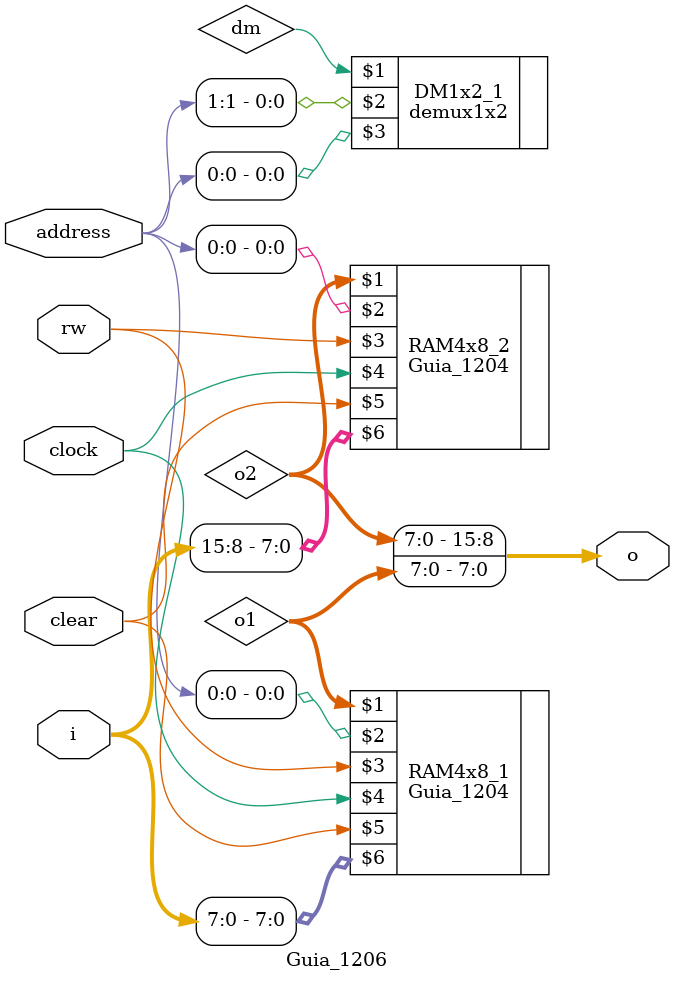
<source format=v>

`include "Guia_1204.v"  
`include "mux2x1.v"  
`include "demux1x2.v" 

module Guia_1206 (
    output [15:0] o,     
    input [1:0] address, 
    input rw,           
    input clock,         
    input clear,         
    input [15:0] i       
);

    wire [7:0] o1, o2; 
    wire dm;          

    demux1x2 DM1x2_1 (dm, address[1], address[0]);

    Guia_1204 RAM4x8_1 (
        o1, 
        address[0],    
        rw, 
        clock, 
        clear, 
        i[7:0]        
    );

    Guia_1204 RAM4x8_2 (
        o2, 
        address[0],   
        rw, 
        clock, 
        clear, 
        i[15:8]      
    );

    assign o = {o2, o1};

endmodule // ram4x16

</source>
